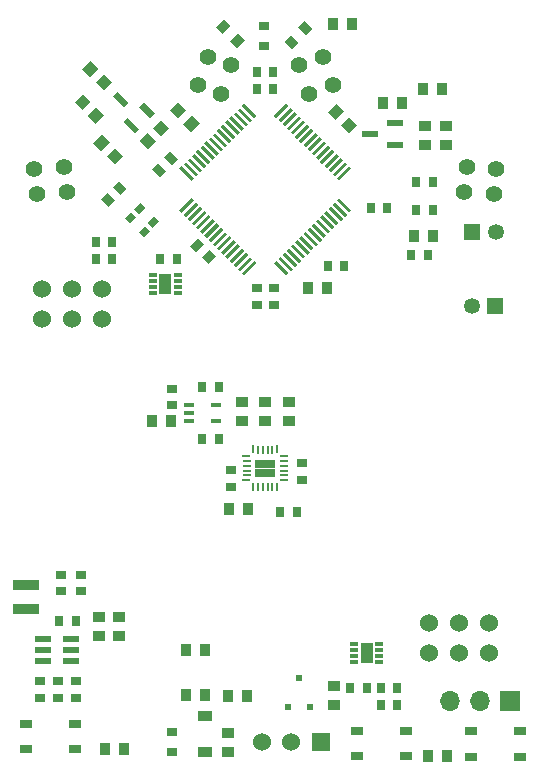
<source format=gts>
G04 #@! TF.GenerationSoftware,KiCad,Pcbnew,(5.1.9)-1*
G04 #@! TF.CreationDate,2021-05-10T17:03:18+09:00*
G04 #@! TF.ProjectId,part02,70617274-3032-42e6-9b69-6361645f7063,rev?*
G04 #@! TF.SameCoordinates,Original*
G04 #@! TF.FileFunction,Soldermask,Top*
G04 #@! TF.FilePolarity,Negative*
%FSLAX46Y46*%
G04 Gerber Fmt 4.6, Leading zero omitted, Abs format (unit mm)*
G04 Created by KiCad (PCBNEW (5.1.9)-1) date 2021-05-10 17:03:18*
%MOMM*%
%LPD*%
G01*
G04 APERTURE LIST*
%ADD10C,0.100000*%
%ADD11R,1.000000X1.700000*%
%ADD12R,0.700000X0.300000*%
%ADD13O,1.700000X1.700000*%
%ADD14R,1.700000X1.700000*%
%ADD15C,1.350000*%
%ADD16R,1.350000X1.350000*%
%ADD17R,1.050000X0.650000*%
%ADD18R,1.450000X0.590000*%
%ADD19R,0.845299X0.304800*%
%ADD20R,0.200000X0.800000*%
%ADD21R,0.875000X0.800000*%
%ADD22R,0.800000X0.200000*%
%ADD23R,0.700000X0.200000*%
%ADD24R,0.200000X0.700000*%
%ADD25R,1.524000X1.524000*%
%ADD26C,1.524000*%
%ADD27R,1.320800X0.558800*%
%ADD28R,0.508000X0.504800*%
%ADD29C,1.416000*%
%ADD30R,0.940000X0.730000*%
%ADD31R,0.730000X0.940000*%
%ADD32R,1.000000X0.950000*%
%ADD33R,0.950000X1.000000*%
%ADD34R,0.950000X0.800000*%
%ADD35R,2.200000X0.850000*%
%ADD36R,1.200000X0.850000*%
G04 APERTURE END LIST*
D10*
G36*
X100936916Y-77057772D02*
G01*
X100738927Y-76859783D01*
X101778374Y-75820336D01*
X101976363Y-76018325D01*
X100936916Y-77057772D01*
G37*
G36*
X101290469Y-77411326D02*
G01*
X101092480Y-77213337D01*
X102131927Y-76173890D01*
X102329916Y-76371879D01*
X101290469Y-77411326D01*
G37*
G36*
X101644023Y-77764879D02*
G01*
X101446034Y-77566890D01*
X102485481Y-76527443D01*
X102683470Y-76725432D01*
X101644023Y-77764879D01*
G37*
G36*
X101997576Y-78118432D02*
G01*
X101799587Y-77920443D01*
X102839034Y-76880996D01*
X103037023Y-77078985D01*
X101997576Y-78118432D01*
G37*
G36*
X102351130Y-78471986D02*
G01*
X102153141Y-78273997D01*
X103192588Y-77234550D01*
X103390577Y-77432539D01*
X102351130Y-78471986D01*
G37*
G36*
X102704683Y-78825539D02*
G01*
X102506694Y-78627550D01*
X103546141Y-77588103D01*
X103744130Y-77786092D01*
X102704683Y-78825539D01*
G37*
G36*
X103058236Y-79179092D02*
G01*
X102860247Y-78981103D01*
X103899694Y-77941656D01*
X104097683Y-78139645D01*
X103058236Y-79179092D01*
G37*
G36*
X103411790Y-79532646D02*
G01*
X103213801Y-79334657D01*
X104253248Y-78295210D01*
X104451237Y-78493199D01*
X103411790Y-79532646D01*
G37*
G36*
X103765343Y-79886199D02*
G01*
X103567354Y-79688210D01*
X104606801Y-78648763D01*
X104804790Y-78846752D01*
X103765343Y-79886199D01*
G37*
G36*
X104118897Y-80239753D02*
G01*
X103920908Y-80041764D01*
X104960355Y-79002317D01*
X105158344Y-79200306D01*
X104118897Y-80239753D01*
G37*
G36*
X104472450Y-80593306D02*
G01*
X104274461Y-80395317D01*
X105313908Y-79355870D01*
X105511897Y-79553859D01*
X104472450Y-80593306D01*
G37*
G36*
X104826003Y-80946859D02*
G01*
X104628014Y-80748870D01*
X105667461Y-79709423D01*
X105865450Y-79907412D01*
X104826003Y-80946859D01*
G37*
G36*
X105179557Y-81300413D02*
G01*
X104981568Y-81102424D01*
X106021015Y-80062977D01*
X106219004Y-80260966D01*
X105179557Y-81300413D01*
G37*
G36*
X105533110Y-81653966D02*
G01*
X105335121Y-81455977D01*
X106374568Y-80416530D01*
X106572557Y-80614519D01*
X105533110Y-81653966D01*
G37*
G36*
X105886663Y-82007520D02*
G01*
X105688674Y-81809531D01*
X106728121Y-80770084D01*
X106926110Y-80968073D01*
X105886663Y-82007520D01*
G37*
G36*
X106240217Y-82361073D02*
G01*
X106042228Y-82163084D01*
X107081675Y-81123637D01*
X107279664Y-81321626D01*
X106240217Y-82361073D01*
G37*
G36*
X98221626Y-90379664D02*
G01*
X98023637Y-90181675D01*
X99063084Y-89142228D01*
X99261073Y-89340217D01*
X98221626Y-90379664D01*
G37*
G36*
X97868073Y-90026110D02*
G01*
X97670084Y-89828121D01*
X98709531Y-88788674D01*
X98907520Y-88986663D01*
X97868073Y-90026110D01*
G37*
G36*
X97514519Y-89672557D02*
G01*
X97316530Y-89474568D01*
X98355977Y-88435121D01*
X98553966Y-88633110D01*
X97514519Y-89672557D01*
G37*
G36*
X97160966Y-89319004D02*
G01*
X96962977Y-89121015D01*
X98002424Y-88081568D01*
X98200413Y-88279557D01*
X97160966Y-89319004D01*
G37*
G36*
X96807412Y-88965450D02*
G01*
X96609423Y-88767461D01*
X97648870Y-87728014D01*
X97846859Y-87926003D01*
X96807412Y-88965450D01*
G37*
G36*
X96453859Y-88611897D02*
G01*
X96255870Y-88413908D01*
X97295317Y-87374461D01*
X97493306Y-87572450D01*
X96453859Y-88611897D01*
G37*
G36*
X96100306Y-88258344D02*
G01*
X95902317Y-88060355D01*
X96941764Y-87020908D01*
X97139753Y-87218897D01*
X96100306Y-88258344D01*
G37*
G36*
X95746752Y-87904790D02*
G01*
X95548763Y-87706801D01*
X96588210Y-86667354D01*
X96786199Y-86865343D01*
X95746752Y-87904790D01*
G37*
G36*
X95393199Y-87551237D02*
G01*
X95195210Y-87353248D01*
X96234657Y-86313801D01*
X96432646Y-86511790D01*
X95393199Y-87551237D01*
G37*
G36*
X95039645Y-87197683D02*
G01*
X94841656Y-86999694D01*
X95881103Y-85960247D01*
X96079092Y-86158236D01*
X95039645Y-87197683D01*
G37*
G36*
X94686092Y-86844130D02*
G01*
X94488103Y-86646141D01*
X95527550Y-85606694D01*
X95725539Y-85804683D01*
X94686092Y-86844130D01*
G37*
G36*
X94332539Y-86490577D02*
G01*
X94134550Y-86292588D01*
X95173997Y-85253141D01*
X95371986Y-85451130D01*
X94332539Y-86490577D01*
G37*
G36*
X93978985Y-86137023D02*
G01*
X93780996Y-85939034D01*
X94820443Y-84899587D01*
X95018432Y-85097576D01*
X93978985Y-86137023D01*
G37*
G36*
X93625432Y-85783470D02*
G01*
X93427443Y-85585481D01*
X94466890Y-84546034D01*
X94664879Y-84744023D01*
X93625432Y-85783470D01*
G37*
G36*
X93271879Y-85429916D02*
G01*
X93073890Y-85231927D01*
X94113337Y-84192480D01*
X94311326Y-84390469D01*
X93271879Y-85429916D01*
G37*
G36*
X92918325Y-85076363D02*
G01*
X92720336Y-84878374D01*
X93759783Y-83838927D01*
X93957772Y-84036916D01*
X92918325Y-85076363D01*
G37*
G36*
X93759783Y-82361073D02*
G01*
X92720336Y-81321626D01*
X92918325Y-81123637D01*
X93957772Y-82163084D01*
X93759783Y-82361073D01*
G37*
G36*
X94113337Y-82007520D02*
G01*
X93073890Y-80968073D01*
X93271879Y-80770084D01*
X94311326Y-81809531D01*
X94113337Y-82007520D01*
G37*
G36*
X94466890Y-81653966D02*
G01*
X93427443Y-80614519D01*
X93625432Y-80416530D01*
X94664879Y-81455977D01*
X94466890Y-81653966D01*
G37*
G36*
X94820443Y-81300413D02*
G01*
X93780996Y-80260966D01*
X93978985Y-80062977D01*
X95018432Y-81102424D01*
X94820443Y-81300413D01*
G37*
G36*
X95173997Y-80946859D02*
G01*
X94134550Y-79907412D01*
X94332539Y-79709423D01*
X95371986Y-80748870D01*
X95173997Y-80946859D01*
G37*
G36*
X95527550Y-80593306D02*
G01*
X94488103Y-79553859D01*
X94686092Y-79355870D01*
X95725539Y-80395317D01*
X95527550Y-80593306D01*
G37*
G36*
X95881103Y-80239753D02*
G01*
X94841656Y-79200306D01*
X95039645Y-79002317D01*
X96079092Y-80041764D01*
X95881103Y-80239753D01*
G37*
G36*
X96234657Y-79886199D02*
G01*
X95195210Y-78846752D01*
X95393199Y-78648763D01*
X96432646Y-79688210D01*
X96234657Y-79886199D01*
G37*
G36*
X96588210Y-79532646D02*
G01*
X95548763Y-78493199D01*
X95746752Y-78295210D01*
X96786199Y-79334657D01*
X96588210Y-79532646D01*
G37*
G36*
X96941764Y-79179092D02*
G01*
X95902317Y-78139645D01*
X96100306Y-77941656D01*
X97139753Y-78981103D01*
X96941764Y-79179092D01*
G37*
G36*
X97295317Y-78825539D02*
G01*
X96255870Y-77786092D01*
X96453859Y-77588103D01*
X97493306Y-78627550D01*
X97295317Y-78825539D01*
G37*
G36*
X97648870Y-78471986D02*
G01*
X96609423Y-77432539D01*
X96807412Y-77234550D01*
X97846859Y-78273997D01*
X97648870Y-78471986D01*
G37*
G36*
X98002424Y-78118432D02*
G01*
X96962977Y-77078985D01*
X97160966Y-76880996D01*
X98200413Y-77920443D01*
X98002424Y-78118432D01*
G37*
G36*
X98355977Y-77764879D02*
G01*
X97316530Y-76725432D01*
X97514519Y-76527443D01*
X98553966Y-77566890D01*
X98355977Y-77764879D01*
G37*
G36*
X98709531Y-77411326D02*
G01*
X97670084Y-76371879D01*
X97868073Y-76173890D01*
X98907520Y-77213337D01*
X98709531Y-77411326D01*
G37*
G36*
X99063084Y-77057772D02*
G01*
X98023637Y-76018325D01*
X98221626Y-75820336D01*
X99261073Y-76859783D01*
X99063084Y-77057772D01*
G37*
G36*
X107081675Y-85076363D02*
G01*
X106042228Y-84036916D01*
X106240217Y-83838927D01*
X107279664Y-84878374D01*
X107081675Y-85076363D01*
G37*
G36*
X106728121Y-85429916D02*
G01*
X105688674Y-84390469D01*
X105886663Y-84192480D01*
X106926110Y-85231927D01*
X106728121Y-85429916D01*
G37*
G36*
X106374568Y-85783470D02*
G01*
X105335121Y-84744023D01*
X105533110Y-84546034D01*
X106572557Y-85585481D01*
X106374568Y-85783470D01*
G37*
G36*
X106021015Y-86137023D02*
G01*
X104981568Y-85097576D01*
X105179557Y-84899587D01*
X106219004Y-85939034D01*
X106021015Y-86137023D01*
G37*
G36*
X105667461Y-86490577D02*
G01*
X104628014Y-85451130D01*
X104826003Y-85253141D01*
X105865450Y-86292588D01*
X105667461Y-86490577D01*
G37*
G36*
X105313908Y-86844130D02*
G01*
X104274461Y-85804683D01*
X104472450Y-85606694D01*
X105511897Y-86646141D01*
X105313908Y-86844130D01*
G37*
G36*
X104960355Y-87197683D02*
G01*
X103920908Y-86158236D01*
X104118897Y-85960247D01*
X105158344Y-86999694D01*
X104960355Y-87197683D01*
G37*
G36*
X104606801Y-87551237D02*
G01*
X103567354Y-86511790D01*
X103765343Y-86313801D01*
X104804790Y-87353248D01*
X104606801Y-87551237D01*
G37*
G36*
X104253248Y-87904790D02*
G01*
X103213801Y-86865343D01*
X103411790Y-86667354D01*
X104451237Y-87706801D01*
X104253248Y-87904790D01*
G37*
G36*
X103899694Y-88258344D02*
G01*
X102860247Y-87218897D01*
X103058236Y-87020908D01*
X104097683Y-88060355D01*
X103899694Y-88258344D01*
G37*
G36*
X103546141Y-88611897D02*
G01*
X102506694Y-87572450D01*
X102704683Y-87374461D01*
X103744130Y-88413908D01*
X103546141Y-88611897D01*
G37*
G36*
X103192588Y-88965450D02*
G01*
X102153141Y-87926003D01*
X102351130Y-87728014D01*
X103390577Y-88767461D01*
X103192588Y-88965450D01*
G37*
G36*
X102839034Y-89319004D02*
G01*
X101799587Y-88279557D01*
X101997576Y-88081568D01*
X103037023Y-89121015D01*
X102839034Y-89319004D01*
G37*
G36*
X102485481Y-89672557D02*
G01*
X101446034Y-88633110D01*
X101644023Y-88435121D01*
X102683470Y-89474568D01*
X102485481Y-89672557D01*
G37*
G36*
X102131927Y-90026110D02*
G01*
X101092480Y-88986663D01*
X101290469Y-88788674D01*
X102329916Y-89828121D01*
X102131927Y-90026110D01*
G37*
G36*
X101778374Y-90379664D02*
G01*
X100738927Y-89340217D01*
X100936916Y-89142228D01*
X101976363Y-90181675D01*
X101778374Y-90379664D01*
G37*
D11*
X108580000Y-122363000D03*
D12*
X107530000Y-123113000D03*
X107530000Y-122613000D03*
X107530000Y-122113000D03*
X107530000Y-121613000D03*
X109630000Y-121613000D03*
X109630000Y-122113000D03*
X109630000Y-122613000D03*
X109630000Y-123113000D03*
D11*
X91523000Y-91097000D03*
D12*
X92573000Y-90347000D03*
X92573000Y-90847000D03*
X92573000Y-91347000D03*
X92573000Y-91847000D03*
X90473000Y-91847000D03*
X90473000Y-91347000D03*
X90473000Y-90847000D03*
X90473000Y-90347000D03*
D13*
X115665000Y-126380000D03*
X118205000Y-126380000D03*
D14*
X120745000Y-126380000D03*
D15*
X119488000Y-86708000D03*
D16*
X117488000Y-86708000D03*
D10*
G36*
X88439237Y-75750106D02*
G01*
X88044106Y-76145237D01*
X87110159Y-75211290D01*
X87505290Y-74816159D01*
X88439237Y-75750106D01*
G37*
G36*
X90648380Y-76630171D02*
G01*
X90253249Y-77025302D01*
X89319302Y-76091355D01*
X89714433Y-75696224D01*
X90648380Y-76630171D01*
G37*
G36*
X89319302Y-77959249D02*
G01*
X88924171Y-78354380D01*
X87990224Y-77420433D01*
X88385355Y-77025302D01*
X89319302Y-77959249D01*
G37*
D17*
X107794000Y-128955000D03*
X111944000Y-128955000D03*
X107794000Y-131105000D03*
X111944000Y-131105000D03*
X117431000Y-128981000D03*
X121581000Y-128981000D03*
X117431000Y-131131000D03*
X121581000Y-131131000D03*
X79756000Y-128345000D03*
X83906000Y-128345000D03*
X79756000Y-130495000D03*
X83906000Y-130495000D03*
D10*
G36*
X89867449Y-84638089D02*
G01*
X89337119Y-85168419D01*
X88912855Y-84744155D01*
X89443185Y-84213825D01*
X89867449Y-84638089D01*
G37*
G36*
X91034175Y-85804815D02*
G01*
X90503845Y-86335145D01*
X90079581Y-85910881D01*
X90609911Y-85380551D01*
X91034175Y-85804815D01*
G37*
G36*
X90235145Y-86603845D02*
G01*
X89704815Y-87134175D01*
X89280551Y-86709911D01*
X89810881Y-86179581D01*
X90235145Y-86603845D01*
G37*
G36*
X89068419Y-85437119D02*
G01*
X88538089Y-85967449D01*
X88113825Y-85543185D01*
X88644155Y-85012855D01*
X89068419Y-85437119D01*
G37*
D18*
X83506000Y-121152000D03*
X83506000Y-122102000D03*
X83506000Y-123052000D03*
X81196000Y-123052000D03*
X81196000Y-122102000D03*
X81196000Y-121152000D03*
D19*
X95799651Y-101394501D03*
X95799651Y-102694499D03*
X93557349Y-102694499D03*
X93557349Y-102044500D03*
X93557349Y-101394501D03*
D20*
X99390000Y-105150000D03*
X99790000Y-108270000D03*
D21*
X99555000Y-106310000D03*
D22*
X101550000Y-106510000D03*
D20*
X100590000Y-108270000D03*
D23*
X101600000Y-107710000D03*
X98380000Y-105710000D03*
X98380000Y-107710000D03*
D24*
X100990000Y-108320000D03*
D22*
X98430000Y-107310000D03*
D20*
X100190000Y-108270000D03*
D22*
X101550000Y-106110000D03*
D24*
X98990000Y-105100000D03*
D22*
X98430000Y-106910000D03*
D20*
X100190000Y-105150000D03*
X99390000Y-108270000D03*
D21*
X99555000Y-107110000D03*
D22*
X98430000Y-106110000D03*
D24*
X98990000Y-108320000D03*
D20*
X100590000Y-105150000D03*
D22*
X101550000Y-106910000D03*
X101550000Y-107310000D03*
D23*
X101600000Y-105710000D03*
D20*
X99790000Y-105150000D03*
D22*
X98430000Y-106510000D03*
D24*
X100990000Y-105100000D03*
D21*
X100425000Y-106310000D03*
X100425000Y-107110000D03*
D25*
X104706000Y-129921000D03*
D26*
X102206000Y-129921000D03*
X99706000Y-129921000D03*
X116420000Y-122364000D03*
X113880000Y-122364000D03*
X118960000Y-122364000D03*
X118960000Y-119824000D03*
X116420000Y-119824000D03*
X113880000Y-119824000D03*
D15*
X117466000Y-92941000D03*
D16*
X119466000Y-92941000D03*
D27*
X108832800Y-78377000D03*
X111017200Y-77437200D03*
X111017200Y-79316800D03*
D28*
X102845000Y-124498800D03*
X103795001Y-126883200D03*
X101894999Y-126883200D03*
D26*
X83670000Y-91530000D03*
X86210000Y-91530000D03*
X81130000Y-91530000D03*
X81130000Y-94070000D03*
X83670000Y-94070000D03*
X86210000Y-94070000D03*
D29*
X96265634Y-74993410D03*
X97134366Y-72606590D03*
X102865634Y-72606590D03*
X103734366Y-74993410D03*
X80634833Y-83510688D03*
X83165167Y-83289312D03*
X116834833Y-83289312D03*
X119365167Y-83510688D03*
X82965167Y-81189312D03*
X80434833Y-81410688D03*
X119565167Y-81410688D03*
X117034833Y-81189312D03*
X105734366Y-74293410D03*
X104865634Y-71906590D03*
X95134366Y-71906590D03*
X94265634Y-74293410D03*
D30*
X100728000Y-92851000D03*
X100728000Y-91431000D03*
D10*
G36*
X86577662Y-83371658D02*
G01*
X87242342Y-84036338D01*
X86726154Y-84552526D01*
X86061474Y-83887846D01*
X86577662Y-83371658D01*
G37*
G36*
X87581754Y-82367566D02*
G01*
X88246434Y-83032246D01*
X87730246Y-83548434D01*
X87065566Y-82883754D01*
X87581754Y-82367566D01*
G37*
D30*
X99285000Y-92851000D03*
X99285000Y-91431000D03*
D10*
G36*
X90953708Y-80857612D02*
G01*
X91618388Y-81522292D01*
X91102200Y-82038480D01*
X90437520Y-81373800D01*
X90953708Y-80857612D01*
G37*
G36*
X91957800Y-79853520D02*
G01*
X92622480Y-80518200D01*
X92106292Y-81034388D01*
X91441612Y-80369708D01*
X91957800Y-79853520D01*
G37*
D31*
X106693000Y-89600000D03*
X105273000Y-89600000D03*
D30*
X83955000Y-124760000D03*
X83955000Y-126180000D03*
D31*
X113793000Y-88668000D03*
X112373000Y-88668000D03*
D30*
X82408000Y-124736000D03*
X82408000Y-126156000D03*
X80911000Y-124736000D03*
X80911000Y-126156000D03*
D31*
X114210000Y-82463000D03*
X112790000Y-82463000D03*
X112790000Y-84838000D03*
X114210000Y-84838000D03*
X82512000Y-119613000D03*
X83932000Y-119613000D03*
X100687000Y-73142000D03*
X99267000Y-73142000D03*
D30*
X82721000Y-117139000D03*
X82721000Y-115719000D03*
X84373000Y-117139000D03*
X84373000Y-115719000D03*
X92075000Y-99962900D03*
X92075000Y-101382900D03*
D31*
X108621000Y-125285000D03*
X107201000Y-125285000D03*
X91113000Y-88977000D03*
X92533000Y-88977000D03*
X111183000Y-125276000D03*
X109763000Y-125276000D03*
X87044000Y-88977000D03*
X85624000Y-88977000D03*
X111183000Y-126727000D03*
X109763000Y-126727000D03*
X87044000Y-87569000D03*
X85624000Y-87569000D03*
X94616200Y-104190800D03*
X96036200Y-104190800D03*
X94628900Y-99860100D03*
X96048900Y-99860100D03*
X102654000Y-110380000D03*
X101234000Y-110380000D03*
D30*
X97075000Y-106898000D03*
X97075000Y-108318000D03*
X103098600Y-106300200D03*
X103098600Y-107720200D03*
D31*
X110331000Y-84659000D03*
X108911000Y-84659000D03*
D10*
G36*
X94644612Y-88863292D02*
G01*
X95309292Y-88198612D01*
X95825480Y-88714800D01*
X95160800Y-89379480D01*
X94644612Y-88863292D01*
G37*
G36*
X93640520Y-87859200D02*
G01*
X94305200Y-87194520D01*
X94821388Y-87710708D01*
X94156708Y-88375388D01*
X93640520Y-87859200D01*
G37*
D31*
X99264000Y-74625000D03*
X100684000Y-74625000D03*
D32*
X105804000Y-126723000D03*
X105804000Y-125123000D03*
D33*
X96875000Y-125995000D03*
X98475000Y-125995000D03*
D32*
X96870000Y-130750000D03*
X96870000Y-129150000D03*
D33*
X93300000Y-125948000D03*
X94900000Y-125948000D03*
X115398000Y-131112000D03*
X113798000Y-131112000D03*
X94910000Y-122070000D03*
X93310000Y-122070000D03*
X114174000Y-87021000D03*
X112574000Y-87021000D03*
D32*
X85903000Y-120903000D03*
X85903000Y-119303000D03*
X87590000Y-119291000D03*
X87590000Y-120891000D03*
D33*
X90386000Y-102704900D03*
X91986000Y-102704900D03*
D10*
G36*
X84976256Y-76851363D02*
G01*
X85683363Y-76144256D01*
X86355114Y-76816007D01*
X85648007Y-77523114D01*
X84976256Y-76851363D01*
G37*
G36*
X83844886Y-75719993D02*
G01*
X84551993Y-75012886D01*
X85223744Y-75684637D01*
X84516637Y-76391744D01*
X83844886Y-75719993D01*
G37*
G36*
X86827744Y-79103637D02*
G01*
X86120637Y-79810744D01*
X85448886Y-79138993D01*
X86155993Y-78431886D01*
X86827744Y-79103637D01*
G37*
G36*
X87959114Y-80235007D02*
G01*
X87252007Y-80942114D01*
X86580256Y-80270363D01*
X87287363Y-79563256D01*
X87959114Y-80235007D01*
G37*
D32*
X102000000Y-101092300D03*
X102000000Y-102692300D03*
X113519000Y-77716000D03*
X113519000Y-79316000D03*
X100000000Y-101105000D03*
X100000000Y-102705000D03*
X98000000Y-101105000D03*
X98000000Y-102705000D03*
D10*
G36*
X106651429Y-76499322D02*
G01*
X105944322Y-77206429D01*
X105272571Y-76534678D01*
X105979678Y-75827571D01*
X106651429Y-76499322D01*
G37*
G36*
X107782799Y-77630692D02*
G01*
X107075692Y-78337799D01*
X106403941Y-77666048D01*
X107111048Y-76958941D01*
X107782799Y-77630692D01*
G37*
D33*
X107341000Y-69120000D03*
X105741000Y-69120000D03*
X96946000Y-110188000D03*
X98546000Y-110188000D03*
D32*
X115293000Y-79316000D03*
X115293000Y-77716000D03*
D33*
X113334000Y-74570000D03*
X114934000Y-74570000D03*
D10*
G36*
X93307744Y-76381637D02*
G01*
X92600637Y-77088744D01*
X91928886Y-76416993D01*
X92635993Y-75709886D01*
X93307744Y-76381637D01*
G37*
G36*
X94439114Y-77513007D02*
G01*
X93732007Y-78220114D01*
X93060256Y-77548363D01*
X93767363Y-76841256D01*
X94439114Y-77513007D01*
G37*
G36*
X91176363Y-78576744D02*
G01*
X90469256Y-77869637D01*
X91141007Y-77197886D01*
X91848114Y-77904993D01*
X91176363Y-78576744D01*
G37*
G36*
X90044993Y-79708114D02*
G01*
X89337886Y-79001007D01*
X90009637Y-78329256D01*
X90716744Y-79036363D01*
X90044993Y-79708114D01*
G37*
D33*
X86438000Y-130498000D03*
X88038000Y-130498000D03*
D10*
G36*
X85886744Y-72885637D02*
G01*
X85179637Y-73592744D01*
X84507886Y-72920993D01*
X85214993Y-72213886D01*
X85886744Y-72885637D01*
G37*
G36*
X87018114Y-74017007D02*
G01*
X86311007Y-74724114D01*
X85639256Y-74052363D01*
X86346363Y-73345256D01*
X87018114Y-74017007D01*
G37*
D33*
X109950000Y-75787000D03*
X111550000Y-75787000D03*
D10*
G36*
X97033677Y-69236926D02*
G01*
X96361926Y-69908677D01*
X95796241Y-69342992D01*
X96467992Y-68671241D01*
X97033677Y-69236926D01*
G37*
G36*
X98235759Y-70439008D02*
G01*
X97564008Y-71110759D01*
X96998323Y-70545074D01*
X97670074Y-69873323D01*
X98235759Y-70439008D01*
G37*
G36*
X103449074Y-70046677D02*
G01*
X102777323Y-69374926D01*
X103343008Y-68809241D01*
X104014759Y-69480992D01*
X103449074Y-70046677D01*
G37*
G36*
X102246992Y-71248759D02*
G01*
X101575241Y-70577008D01*
X102140926Y-70011323D01*
X102812677Y-70683074D01*
X102246992Y-71248759D01*
G37*
D34*
X99919000Y-69290000D03*
X99919000Y-70990000D03*
X92130000Y-129050000D03*
X92130000Y-130750000D03*
D33*
X103650000Y-91432000D03*
X105250000Y-91432000D03*
D35*
X79722000Y-118621000D03*
X79722000Y-116571000D03*
D36*
X94900000Y-130755000D03*
X94900000Y-127705000D03*
M02*

</source>
